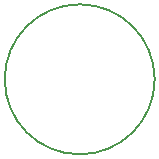
<source format=gbr>
G04 #@! TF.GenerationSoftware,KiCad,Pcbnew,5.0.1+dfsg1-3*
G04 #@! TF.CreationDate,2019-01-22T13:26:21-05:00*
G04 #@! TF.ProjectId,round_outline,726F756E645F6F75746C696E652E6B69,rev?*
G04 #@! TF.SameCoordinates,Original*
G04 #@! TF.FileFunction,Profile,NP*
%FSLAX46Y46*%
G04 Gerber Fmt 4.6, Leading zero omitted, Abs format (unit mm)*
G04 Created by KiCad (PCBNEW 5.0.1+dfsg1-3) date Tue 22 Jan 2019 01:26:21 PM EST*
%MOMM*%
%LPD*%
G01*
G04 APERTURE LIST*
%ADD10C,0.150000*%
G04 APERTURE END LIST*
D10*
X133350000Y-90170000D02*
G75*
G03X133350000Y-90170000I-6350000J0D01*
G01*
M02*

</source>
